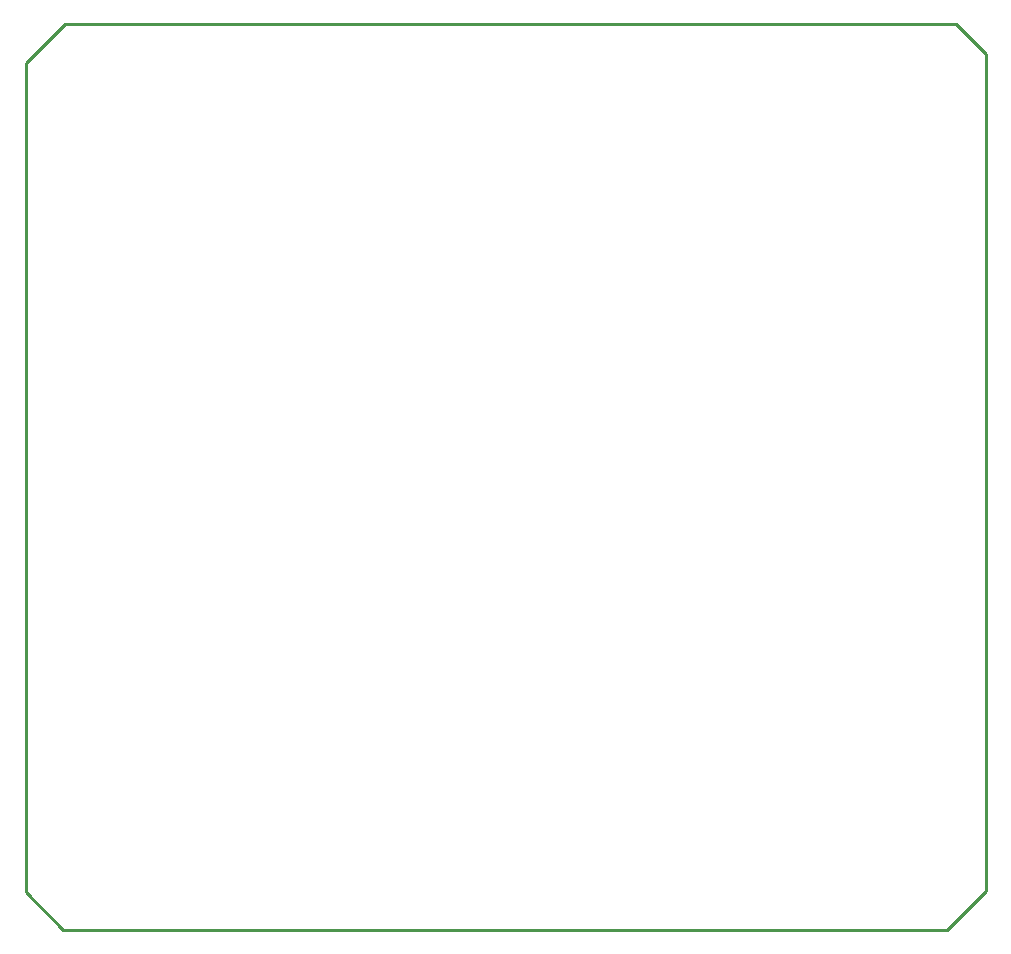
<source format=gko>
G04*
G04 #@! TF.GenerationSoftware,Altium Limited,Altium Designer,22.9.1 (49)*
G04*
G04 Layer_Color=16711935*
%FSLAX25Y25*%
%MOIN*%
G70*
G04*
G04 #@! TF.SameCoordinates,8C7AA2B9-2782-4D16-8663-33B98A07A00E*
G04*
G04*
G04 #@! TF.FilePolarity,Positive*
G04*
G01*
G75*
%ADD15C,0.01000*%
D15*
X11500Y300500D02*
X308500D01*
X-1500Y287500D02*
X11500Y300500D01*
X-1500Y11000D02*
Y287500D01*
X308500Y300500D02*
X318500Y290500D01*
Y11500D02*
Y290500D01*
X305500Y-1500D02*
X318500Y11500D01*
X11000Y-1500D02*
X305500D01*
X-1500Y11000D02*
X11000Y-1500D01*
M02*

</source>
